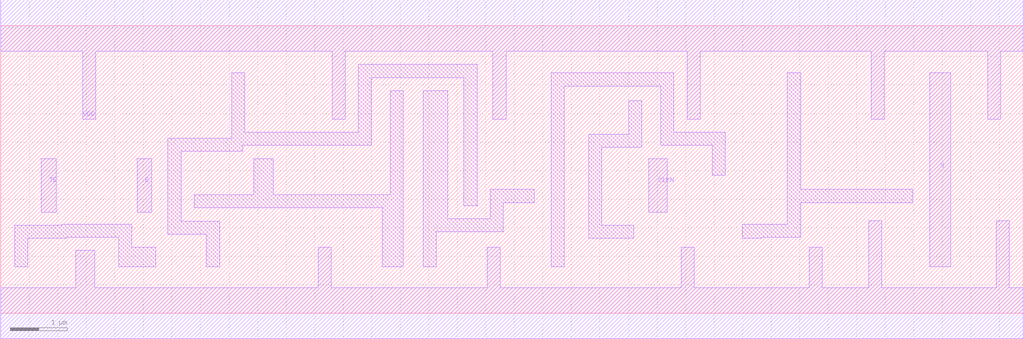
<source format=lef>
# Copyright 2022 GlobalFoundries PDK Authors
#
# Licensed under the Apache License, Version 2.0 (the "License");
# you may not use this file except in compliance with the License.
# You may obtain a copy of the License at
#
#      http://www.apache.org/licenses/LICENSE-2.0
#
# Unless required by applicable law or agreed to in writing, software
# distributed under the License is distributed on an "AS IS" BASIS,
# WITHOUT WARRANTIES OR CONDITIONS OF ANY KIND, either express or implied.
# See the License for the specific language governing permissions and
# limitations under the License.

MACRO gf180mcu_fd_sc_mcu9t5v0__icgtn_2
  CLASS core ;
  FOREIGN gf180mcu_fd_sc_mcu9t5v0__icgtn_2 0.0 0.0 ;
  ORIGIN 0 0 ;
  SYMMETRY X Y ;
  SITE GF018hv5v_green_sc9 ;
  SIZE 17.92 BY 5.04 ;
  PIN CLKN
    DIRECTION INPUT ;
    USE clock ;
    ANTENNAGATEAREA 2.64 ;
    PORT
      LAYER Metal1 ;
        POLYGON 11.35 1.77 11.675 1.77 11.675 2.71 11.35 2.71  ;
    END
  END CLKN
  PIN E
    DIRECTION INPUT ;
    ANTENNAGATEAREA 1.11 ;
    PORT
      LAYER Metal1 ;
        POLYGON 2.39 1.77 2.65 1.77 2.65 2.71 2.39 2.71  ;
    END
  END E
  PIN TE
    DIRECTION INPUT ;
    ANTENNAGATEAREA 1.11 ;
    PORT
      LAYER Metal1 ;
        POLYGON 0.71 1.77 0.97 1.77 0.97 2.71 0.71 2.71  ;
    END
  END TE
  PIN Q
    DIRECTION OUTPUT ;
    ANTENNADIFFAREA 1.4716 ;
    PORT
      LAYER Metal1 ;
        POLYGON 16.275 0.815 16.65 0.815 16.65 4.21 16.275 4.21  ;
    END
  END Q
  PIN VDD
    DIRECTION INOUT ;
    USE power ;
    SHAPE ABUTMENT ;
    PORT
      LAYER Metal1 ;
        POLYGON 0 4.59 1.435 4.59 1.435 3.4 1.665 3.4 1.665 4.59 2.715 4.59 5.805 4.59 5.805 3.4 6.035 3.4 6.035 4.59 8.345 4.59 8.625 4.59 8.625 3.4 8.855 3.4 8.855 4.59 9.35 4.59 12.025 4.59 12.025 3.4 12.255 3.4 12.255 4.59 12.695 4.59 15.255 4.59 15.255 3.4 15.485 3.4 15.485 4.59 15.98 4.59 17.295 4.59 17.295 3.4 17.525 3.4 17.525 4.59 17.92 4.59 17.92 5.49 15.98 5.49 12.695 5.49 9.35 5.49 8.345 5.49 2.715 5.49 0 5.49  ;
    END
  END VDD
  PIN VSS
    DIRECTION INOUT ;
    USE ground ;
    SHAPE ABUTMENT ;
    PORT
      LAYER Metal1 ;
        POLYGON 0 -0.45 17.92 -0.45 17.92 0.45 17.675 0.45 17.675 1.625 17.445 1.625 17.445 0.45 15.435 0.45 15.435 1.625 15.205 1.625 15.205 0.45 14.395 0.45 14.395 1.155 14.165 1.155 14.165 0.45 12.155 0.45 12.155 1.155 11.925 1.155 11.925 0.45 8.755 0.45 8.755 1.155 8.525 1.155 8.525 0.45 5.795 0.45 5.795 1.155 5.565 1.155 5.565 0.45 1.65 0.45 1.65 1.1 1.31 1.1 1.31 0.45 0 0.45  ;
    END
  END VSS
  OBS
      LAYER Metal1 ;
        POLYGON 0.245 0.815 0.475 0.815 0.475 1.31 1.16 1.31 1.16 1.33 2.065 1.33 2.065 0.815 2.715 0.815 2.715 1.155 2.295 1.155 2.295 1.56 1.065 1.56 1.065 1.54 0.245 1.54  ;
        POLYGON 3.39 1.845 6.685 1.845 6.685 0.815 7.055 0.815 7.055 3.9 6.825 3.9 6.825 2.075 4.775 2.075 4.775 2.71 4.435 2.71 4.435 2.075 3.39 2.075  ;
        POLYGON 3.16 2.835 4.24 2.835 4.24 2.94 6.495 2.94 6.495 4.13 8.115 4.13 8.115 1.885 8.345 1.885 8.345 4.36 6.265 4.36 6.265 3.17 4.275 3.17 4.275 4.21 4.045 4.21 4.045 3.065 2.93 3.065 2.93 1.385 3.605 1.385 3.605 0.815 3.835 0.815 3.835 1.615 3.16 1.615  ;
        POLYGON 7.405 0.815 7.635 0.815 7.635 1.425 8.805 1.425 8.805 1.94 9.35 1.94 9.35 2.17 8.575 2.17 8.575 1.655 7.835 1.655 7.835 3.9 7.405 3.9  ;
        POLYGON 10.535 2.91 11.235 2.91 11.235 3.72 11.005 3.72 11.005 3.14 10.305 3.14 10.305 1.31 11.09 1.31 11.09 1.54 10.535 1.54  ;
        POLYGON 9.645 0.815 9.875 0.815 9.875 3.98 11.565 3.98 11.565 2.94 12.465 2.94 12.465 2.415 12.695 2.415 12.695 3.17 11.795 3.17 11.795 4.21 9.645 4.21  ;
        POLYGON 12.99 1.31 13.33 1.31 13.33 1.33 14.015 1.33 14.015 1.94 15.98 1.94 15.98 2.17 14.015 2.17 14.015 4.21 13.785 4.21 13.785 1.56 12.99 1.56  ;
  END
END gf180mcu_fd_sc_mcu9t5v0__icgtn_2

</source>
